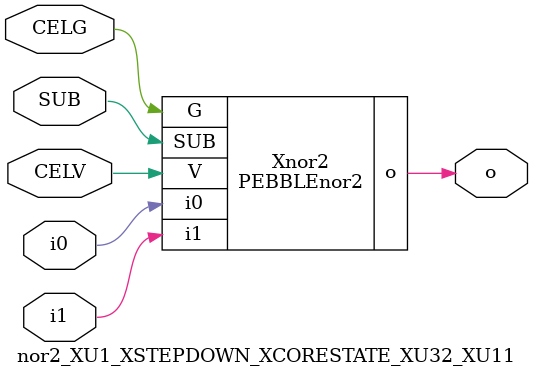
<source format=v>



module PEBBLEnor2 ( o, G, SUB, V, i0, i1 );

  input i0;
  input V;
  input i1;
  input G;
  output o;
  input SUB;
endmodule

//Celera Confidential Do Not Copy nor2_XU1_XSTEPDOWN_XCORESTATE_XU32_XU11
//Celera Confidential Symbol Generator
//nor2
module nor2_XU1_XSTEPDOWN_XCORESTATE_XU32_XU11 (CELV,CELG,i0,i1,o,SUB);
input CELV;
input CELG;
input i0;
input i1;
input SUB;
output o;

//Celera Confidential Do Not Copy nor2
PEBBLEnor2 Xnor2(
.V (CELV),
.i0 (i0),
.i1 (i1),
.o (o),
.SUB (SUB),
.G (CELG)
);
//,diesize,PEBBLEnor2

//Celera Confidential Do Not Copy Module End
//Celera Schematic Generator
endmodule

</source>
